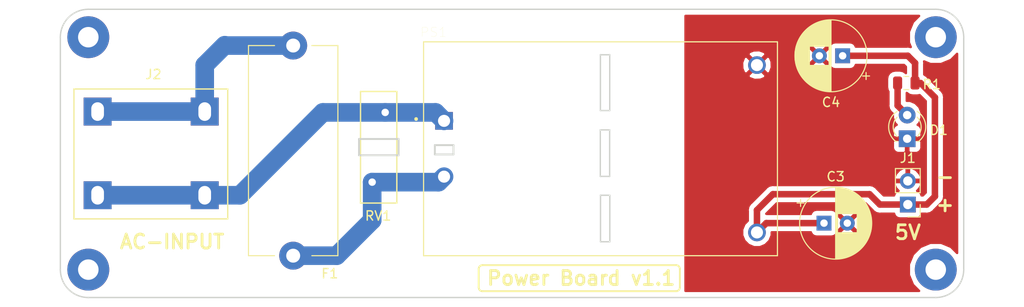
<source format=kicad_pcb>
(kicad_pcb (version 20171130) (host pcbnew "(5.0.1)-3")

  (general
    (thickness 1.6)
    (drawings 41)
    (tracks 33)
    (zones 0)
    (modules 13)
    (nets 7)
  )

  (page A4)
  (layers
    (0 F.Cu signal)
    (31 B.Cu signal)
    (32 B.Adhes user)
    (33 F.Adhes user)
    (34 B.Paste user)
    (35 F.Paste user)
    (36 B.SilkS user)
    (37 F.SilkS user)
    (38 B.Mask user)
    (39 F.Mask user)
    (40 Dwgs.User user)
    (41 Cmts.User user)
    (42 Eco1.User user)
    (43 Eco2.User user)
    (44 Edge.Cuts user)
    (45 Margin user)
    (46 B.CrtYd user)
    (47 F.CrtYd user)
    (48 B.Fab user)
    (49 F.Fab user)
  )

  (setup
    (last_trace_width 0.7)
    (trace_clearance 0.2)
    (zone_clearance 0.508)
    (zone_45_only no)
    (trace_min 0.2)
    (segment_width 0.2)
    (edge_width 0.15)
    (via_size 0.8)
    (via_drill 0.4)
    (via_min_size 0.4)
    (via_min_drill 0.3)
    (uvia_size 0.3)
    (uvia_drill 0.1)
    (uvias_allowed no)
    (uvia_min_size 0.2)
    (uvia_min_drill 0.1)
    (pcb_text_width 0.3)
    (pcb_text_size 1.5 1.5)
    (mod_edge_width 0.15)
    (mod_text_size 1 1)
    (mod_text_width 0.15)
    (pad_size 4.5 4.5)
    (pad_drill 2.2)
    (pad_to_mask_clearance 0.051)
    (solder_mask_min_width 0.25)
    (aux_axis_origin 0 0)
    (visible_elements 7FFFFFFF)
    (pcbplotparams
      (layerselection 0x010fc_ffffffff)
      (usegerberextensions false)
      (usegerberattributes false)
      (usegerberadvancedattributes false)
      (creategerberjobfile false)
      (excludeedgelayer true)
      (linewidth 0.100000)
      (plotframeref false)
      (viasonmask false)
      (mode 1)
      (useauxorigin false)
      (hpglpennumber 1)
      (hpglpenspeed 20)
      (hpglpendiameter 15.000000)
      (psnegative false)
      (psa4output false)
      (plotreference true)
      (plotvalue true)
      (plotinvisibletext false)
      (padsonsilk false)
      (subtractmaskfromsilk false)
      (outputformat 1)
      (mirror false)
      (drillshape 0)
      (scaleselection 1)
      (outputdirectory "gerber/"))
  )

  (net 0 "")
  (net 1 "Net-(F1-Pad1)")
  (net 2 "Net-(F1-Pad2)")
  (net 3 "Net-(J2-Pad1)")
  (net 4 GND)
  (net 5 5V)
  (net 6 "Net-(D1-Pad2)")

  (net_class Default "This is the default net class."
    (clearance 0.2)
    (trace_width 0.7)
    (via_dia 0.8)
    (via_drill 0.4)
    (uvia_dia 0.3)
    (uvia_drill 0.1)
    (add_net 5V)
    (add_net GND)
    (add_net "Net-(D1-Pad2)")
    (add_net "Net-(F1-Pad1)")
    (add_net "Net-(F1-Pad2)")
    (add_net "Net-(J2-Pad1)")
  )

  (module MountingHole:MountingHole_2.2mm_M2 (layer F.Cu) (tedit 602BD4CB) (tstamp 605961B7)
    (at 148 68)
    (descr "Mounting Hole 2.2mm, no annular, M2")
    (tags "mounting hole 2.2mm no annular m2")
    (attr virtual)
    (fp_text reference MH2 (at 0 -3.2) (layer F.SilkS) hide
      (effects (font (size 1 1) (thickness 0.15)))
    )
    (fp_text value MountingHole_2.2mm_M2 (at 0 3.2) (layer F.Fab)
      (effects (font (size 1 1) (thickness 0.15)))
    )
    (fp_text user %R (at 0.3 0) (layer F.Fab)
      (effects (font (size 1 1) (thickness 0.15)))
    )
    (fp_circle (center 0 0) (end 2.2 0) (layer Cmts.User) (width 0.15))
    (fp_circle (center 0 0) (end 2.45 0) (layer F.CrtYd) (width 0.05))
    (pad "" np_thru_hole circle (at 0 0) (size 4.5 4.5) (drill 2.2) (layers *.Cu *.Mask))
  )

  (module MountingHole:MountingHole_2.2mm_M2 (layer F.Cu) (tedit 602BD4CB) (tstamp 605961A6)
    (at 239 68)
    (descr "Mounting Hole 2.2mm, no annular, M2")
    (tags "mounting hole 2.2mm no annular m2")
    (attr virtual)
    (fp_text reference MH2 (at 0 -3.2) (layer F.SilkS) hide
      (effects (font (size 1 1) (thickness 0.15)))
    )
    (fp_text value MountingHole_2.2mm_M2 (at 0 3.2) (layer F.Fab)
      (effects (font (size 1 1) (thickness 0.15)))
    )
    (fp_circle (center 0 0) (end 2.45 0) (layer F.CrtYd) (width 0.05))
    (fp_circle (center 0 0) (end 2.2 0) (layer Cmts.User) (width 0.15))
    (fp_text user %R (at 0.3 0) (layer F.Fab)
      (effects (font (size 1 1) (thickness 0.15)))
    )
    (pad "" np_thru_hole circle (at 0 0) (size 4.5 4.5) (drill 2.2) (layers *.Cu *.Mask))
  )

  (module MountingHole:MountingHole_2.2mm_M2 (layer F.Cu) (tedit 602BD4CB) (tstamp 6059618D)
    (at 239 43)
    (descr "Mounting Hole 2.2mm, no annular, M2")
    (tags "mounting hole 2.2mm no annular m2")
    (attr virtual)
    (fp_text reference MH2 (at 0 -3.2) (layer F.SilkS) hide
      (effects (font (size 1 1) (thickness 0.15)))
    )
    (fp_text value MountingHole_2.2mm_M2 (at 0 3.2) (layer F.Fab)
      (effects (font (size 1 1) (thickness 0.15)))
    )
    (fp_text user %R (at 0.3 0) (layer F.Fab)
      (effects (font (size 1 1) (thickness 0.15)))
    )
    (fp_circle (center 0 0) (end 2.2 0) (layer Cmts.User) (width 0.15))
    (fp_circle (center 0 0) (end 2.45 0) (layer F.CrtYd) (width 0.05))
    (pad "" np_thru_hole circle (at 0 0) (size 4.5 4.5) (drill 2.2) (layers *.Cu *.Mask))
  )

  (module Fuse:Fuseholder_Cylinder-5x20mm_Stelvio-Kontek_PTF78_Horizontal_Open (layer F.Cu) (tedit 5B7EAE13) (tstamp 602BE6BD)
    (at 170 66.5 90)
    (descr https://www.tme.eu/en/Document/3b48dbe2b9714a62652c97b08fcd464b/PTF78.pdf)
    (tags "Fuseholder horizontal open 5x20 Stelvio-Kontek PTF/78")
    (path /5FFFB33C)
    (fp_text reference F1 (at -1.93 3.93 180) (layer F.SilkS)
      (effects (font (size 1 1) (thickness 0.15)))
    )
    (fp_text value Fuse (at 13 6 90) (layer F.Fab)
      (effects (font (size 1 1) (thickness 0.15)))
    )
    (fp_text user %R (at 11.25 4 90) (layer F.Fab)
      (effects (font (size 1 1) (thickness 0.15)))
    )
    (fp_line (start 0.1 -4.7) (end 0.1 4.7) (layer F.Fab) (width 0.1))
    (fp_line (start 0.1 4.7) (end 22.5 4.7) (layer F.Fab) (width 0.1))
    (fp_line (start 22.5 4.7) (end 22.5 -4.7) (layer F.Fab) (width 0.1))
    (fp_line (start 22.5 -4.7) (end 0.1 -4.7) (layer F.Fab) (width 0.1))
    (fp_line (start -0.15 4.95) (end -0.15 1.85) (layer F.CrtYd) (width 0.05))
    (fp_line (start 22.6 4.8) (end 22.6 2) (layer F.SilkS) (width 0.12))
    (fp_line (start 22.6 -2) (end 22.6 -4.8) (layer F.SilkS) (width 0.12))
    (fp_line (start 0 -2) (end 0 -4.8) (layer F.SilkS) (width 0.12))
    (fp_line (start 0 -4.8) (end 22.6 -4.8) (layer F.SilkS) (width 0.12))
    (fp_line (start 22.75 4.95) (end -0.15 4.95) (layer F.CrtYd) (width 0.05))
    (fp_line (start -0.15 -4.95) (end 22.75 -4.95) (layer F.CrtYd) (width 0.05))
    (fp_line (start 0 4.8) (end 22.6 4.8) (layer F.SilkS) (width 0.12))
    (fp_line (start -0.15 -1.85) (end -0.15 -4.95) (layer F.CrtYd) (width 0.05))
    (fp_line (start 22.75 -1.85) (end 22.75 -4.95) (layer F.CrtYd) (width 0.05))
    (fp_line (start 22.75 1.85) (end 22.75 4.95) (layer F.CrtYd) (width 0.05))
    (fp_line (start 0 4.8) (end 0 2) (layer F.SilkS) (width 0.12))
    (fp_line (start 22.75 -1.85) (end 23 -1.85) (layer F.CrtYd) (width 0.05))
    (fp_line (start 24.45 0.45) (end 24.45 -0.45) (layer F.CrtYd) (width 0.05))
    (fp_line (start 24.45 -0.45) (end 24.05 -1.25) (layer F.CrtYd) (width 0.05))
    (fp_line (start 24.05 -1.25) (end 23.35 -1.75) (layer F.CrtYd) (width 0.05))
    (fp_line (start 23.35 -1.75) (end 23 -1.85) (layer F.CrtYd) (width 0.05))
    (fp_line (start 22.75 1.85) (end 23 1.85) (layer F.CrtYd) (width 0.05))
    (fp_line (start 23 1.85) (end 23.35 1.75) (layer F.CrtYd) (width 0.05))
    (fp_line (start 23.35 1.75) (end 24.05 1.25) (layer F.CrtYd) (width 0.05))
    (fp_line (start 24.05 1.25) (end 24.45 0.45) (layer F.CrtYd) (width 0.05))
    (fp_line (start -0.15 -1.85) (end -0.4 -1.85) (layer F.CrtYd) (width 0.05))
    (fp_line (start -0.4 -1.85) (end -0.75 -1.75) (layer F.CrtYd) (width 0.05))
    (fp_line (start -0.75 -1.75) (end -1.45 -1.25) (layer F.CrtYd) (width 0.05))
    (fp_line (start -1.85 -0.45) (end -1.85 0.45) (layer F.CrtYd) (width 0.05))
    (fp_line (start -1.45 1.25) (end -0.75 1.75) (layer F.CrtYd) (width 0.05))
    (fp_line (start -0.75 1.75) (end -0.4 1.85) (layer F.CrtYd) (width 0.05))
    (fp_line (start -0.4 1.85) (end -0.15 1.85) (layer F.CrtYd) (width 0.05))
    (fp_line (start -1.45 1.25) (end -1.85 0.45) (layer F.CrtYd) (width 0.05))
    (fp_line (start -1.85 -0.45) (end -1.45 -1.25) (layer F.CrtYd) (width 0.05))
    (pad 1 thru_hole circle (at 0 0 90) (size 3 3) (drill 1.5) (layers *.Cu *.Mask)
      (net 1 "Net-(F1-Pad1)"))
    (pad 2 thru_hole circle (at 22.6 0 90) (size 3 3) (drill 1.5) (layers *.Cu *.Mask)
      (net 2 "Net-(F1-Pad2)"))
    (model ${KISYS3DMOD}/Fuse.3dshapes/Fuseholder_Cylinder-5x20mm_Stelvio-Kontek_PTF78_Horizontal_Open.wrl
      (at (xyz 0 0 0))
      (scale (xyz 1 1 1))
      (rotate (xyz 0 0 0))
    )
    (model "${KIPRJMOD}/3d-files/Fuse Holder.step"
      (offset (xyz 3.8 22 -8))
      (scale (xyz 1 1 1))
      (rotate (xyz -90 0 0))
    )
  )

  (module Resistor_SMD:R_0805_2012Metric (layer F.Cu) (tedit 5B36C52B) (tstamp 602BE6E4)
    (at 235.84 47.93)
    (descr "Resistor SMD 0805 (2012 Metric), square (rectangular) end terminal, IPC_7351 nominal, (Body size source: https://docs.google.com/spreadsheets/d/1BsfQQcO9C6DZCsRaXUlFlo91Tg2WpOkGARC1WS5S8t0/edit?usp=sharing), generated with kicad-footprint-generator")
    (tags resistor)
    (path /5FFE8168)
    (attr smd)
    (fp_text reference R1 (at 2.73 0.15 180) (layer F.SilkS)
      (effects (font (size 1 1) (thickness 0.15)))
    )
    (fp_text value 220 (at 0 1.65) (layer F.Fab)
      (effects (font (size 1 1) (thickness 0.15)))
    )
    (fp_line (start -1 0.6) (end -1 -0.6) (layer F.Fab) (width 0.1))
    (fp_line (start -1 -0.6) (end 1 -0.6) (layer F.Fab) (width 0.1))
    (fp_line (start 1 -0.6) (end 1 0.6) (layer F.Fab) (width 0.1))
    (fp_line (start 1 0.6) (end -1 0.6) (layer F.Fab) (width 0.1))
    (fp_line (start -0.258578 -0.71) (end 0.258578 -0.71) (layer F.SilkS) (width 0.12))
    (fp_line (start -0.258578 0.71) (end 0.258578 0.71) (layer F.SilkS) (width 0.12))
    (fp_line (start -1.68 0.95) (end -1.68 -0.95) (layer F.CrtYd) (width 0.05))
    (fp_line (start -1.68 -0.95) (end 1.68 -0.95) (layer F.CrtYd) (width 0.05))
    (fp_line (start 1.68 -0.95) (end 1.68 0.95) (layer F.CrtYd) (width 0.05))
    (fp_line (start 1.68 0.95) (end -1.68 0.95) (layer F.CrtYd) (width 0.05))
    (fp_text user %R (at 0 0) (layer F.Fab)
      (effects (font (size 0.5 0.5) (thickness 0.08)))
    )
    (pad 1 smd roundrect (at -0.9375 0) (size 0.975 1.4) (layers F.Cu F.Paste F.Mask) (roundrect_rratio 0.25)
      (net 6 "Net-(D1-Pad2)"))
    (pad 2 smd roundrect (at 0.9375 0) (size 0.975 1.4) (layers F.Cu F.Paste F.Mask) (roundrect_rratio 0.25)
      (net 5 5V))
    (model ${KISYS3DMOD}/Resistor_SMD.3dshapes/R_0805_2012Metric.wrl
      (at (xyz 0 0 0))
      (scale (xyz 1 1 1))
      (rotate (xyz 0 0 0))
    )
  )

  (module Pin_Headers:Pin_Header_Straight_1x02_Pitch2.54mm (layer F.Cu) (tedit 59650532) (tstamp 602BEAA2)
    (at 236 61 180)
    (descr "Through hole straight pin header, 1x02, 2.54mm pitch, single row")
    (tags "Through hole pin header THT 1x02 2.54mm single row")
    (path /601116AF)
    (fp_text reference J1 (at 0 5 180) (layer F.SilkS)
      (effects (font (size 1 1) (thickness 0.15)))
    )
    (fp_text value DC-POWER (at 0 4.87 180) (layer F.Fab)
      (effects (font (size 1 1) (thickness 0.15)))
    )
    (fp_line (start -0.635 -1.27) (end 1.27 -1.27) (layer F.Fab) (width 0.1))
    (fp_line (start 1.27 -1.27) (end 1.27 3.81) (layer F.Fab) (width 0.1))
    (fp_line (start 1.27 3.81) (end -1.27 3.81) (layer F.Fab) (width 0.1))
    (fp_line (start -1.27 3.81) (end -1.27 -0.635) (layer F.Fab) (width 0.1))
    (fp_line (start -1.27 -0.635) (end -0.635 -1.27) (layer F.Fab) (width 0.1))
    (fp_line (start -1.33 3.87) (end 1.33 3.87) (layer F.SilkS) (width 0.12))
    (fp_line (start -1.33 1.27) (end -1.33 3.87) (layer F.SilkS) (width 0.12))
    (fp_line (start 1.33 1.27) (end 1.33 3.87) (layer F.SilkS) (width 0.12))
    (fp_line (start -1.33 1.27) (end 1.33 1.27) (layer F.SilkS) (width 0.12))
    (fp_line (start -1.33 0) (end -1.33 -1.33) (layer F.SilkS) (width 0.12))
    (fp_line (start -1.33 -1.33) (end 0 -1.33) (layer F.SilkS) (width 0.12))
    (fp_line (start -1.8 -1.8) (end -1.8 4.35) (layer F.CrtYd) (width 0.05))
    (fp_line (start -1.8 4.35) (end 1.8 4.35) (layer F.CrtYd) (width 0.05))
    (fp_line (start 1.8 4.35) (end 1.8 -1.8) (layer F.CrtYd) (width 0.05))
    (fp_line (start 1.8 -1.8) (end -1.8 -1.8) (layer F.CrtYd) (width 0.05))
    (fp_text user %R (at 0 1.27 270) (layer F.Fab)
      (effects (font (size 1 1) (thickness 0.15)))
    )
    (pad 1 thru_hole rect (at 0 0 180) (size 1.7 1.7) (drill 1) (layers *.Cu *.Mask)
      (net 5 5V))
    (pad 2 thru_hole oval (at 0 2.54 180) (size 1.7 1.7) (drill 1) (layers *.Cu *.Mask)
      (net 4 GND))
    (model ${KISYS3DMOD}/Pin_Headers.3dshapes/Pin_Header_Straight_1x02_Pitch2.54mm.wrl
      (at (xyz 0 0 0))
      (scale (xyz 1 1 1))
      (rotate (xyz 0 0 0))
    )
    (model "${KIPRJMOD}/3d-files/JST 2pin.STEP"
      (offset (xyz 0 -5 5.5))
      (scale (xyz 1 1 1))
      (rotate (xyz 90 90 180))
    )
  )

  (module LED_THT:LED_D3.0mm (layer F.Cu) (tedit 587A3A7B) (tstamp 603B1EA0)
    (at 235.93 53.92 90)
    (descr "LED, diameter 3.0mm, 2 pins")
    (tags "LED diameter 3.0mm 2 pins")
    (path /602B9F8F)
    (fp_text reference D1 (at 0.92 3.39 180) (layer F.SilkS)
      (effects (font (size 1 1) (thickness 0.15)))
    )
    (fp_text value LED (at 1.27 2.96 90) (layer F.Fab)
      (effects (font (size 1 1) (thickness 0.15)))
    )
    (fp_arc (start 1.27 0) (end -0.23 -1.16619) (angle 284.3) (layer F.Fab) (width 0.1))
    (fp_arc (start 1.27 0) (end -0.29 -1.235516) (angle 108.8) (layer F.SilkS) (width 0.12))
    (fp_arc (start 1.27 0) (end -0.29 1.235516) (angle -108.8) (layer F.SilkS) (width 0.12))
    (fp_arc (start 1.27 0) (end 0.229039 -1.08) (angle 87.9) (layer F.SilkS) (width 0.12))
    (fp_arc (start 1.27 0) (end 0.229039 1.08) (angle -87.9) (layer F.SilkS) (width 0.12))
    (fp_circle (center 1.27 0) (end 2.77 0) (layer F.Fab) (width 0.1))
    (fp_line (start -0.23 -1.16619) (end -0.23 1.16619) (layer F.Fab) (width 0.1))
    (fp_line (start -0.29 -1.236) (end -0.29 -1.08) (layer F.SilkS) (width 0.12))
    (fp_line (start -0.29 1.08) (end -0.29 1.236) (layer F.SilkS) (width 0.12))
    (fp_line (start -1.15 -2.25) (end -1.15 2.25) (layer F.CrtYd) (width 0.05))
    (fp_line (start -1.15 2.25) (end 3.7 2.25) (layer F.CrtYd) (width 0.05))
    (fp_line (start 3.7 2.25) (end 3.7 -2.25) (layer F.CrtYd) (width 0.05))
    (fp_line (start 3.7 -2.25) (end -1.15 -2.25) (layer F.CrtYd) (width 0.05))
    (pad 1 thru_hole rect (at 0 0 90) (size 1.8 1.8) (drill 0.9) (layers *.Cu *.Mask)
      (net 4 GND))
    (pad 2 thru_hole circle (at 2.54 0 90) (size 1.8 1.8) (drill 0.9) (layers *.Cu *.Mask)
      (net 6 "Net-(D1-Pad2)"))
    (model ${KISYS3DMOD}/LED_THT.3dshapes/LED_D3.0mm.wrl
      (at (xyz 0 0 0))
      (scale (xyz 1 1 1))
      (rotate (xyz 0 0 0))
    )
  )

  (module MountingHole:MountingHole_2.2mm_M2 (layer F.Cu) (tedit 602BD4BD) (tstamp 6059603E)
    (at 148 43)
    (descr "Mounting Hole 2.2mm, no annular, M2")
    (tags "mounting hole 2.2mm no annular m2")
    (attr virtual)
    (fp_text reference MH1 (at 0 -3.2) (layer F.SilkS) hide
      (effects (font (size 1 1) (thickness 0.15)))
    )
    (fp_text value MountingHole_2.2mm_M2 (at 0 3.2) (layer F.Fab)
      (effects (font (size 1 1) (thickness 0.15)))
    )
    (fp_circle (center 0 0) (end 2.45 0) (layer F.CrtYd) (width 0.05))
    (fp_circle (center 0 0) (end 2.2 0) (layer Cmts.User) (width 0.15))
    (fp_text user %R (at 0.3 0) (layer F.Fab)
      (effects (font (size 1 1) (thickness 0.15)))
    )
    (pad "" np_thru_hole circle (at 0 0) (size 4.5 4.5) (drill 2.2) (layers *.Cu *.Mask))
  )

  (module HLK-5M05:CONV_HLK-5M05-Large-holes (layer F.Cu) (tedit 6063D707) (tstamp 6091FB1A)
    (at 203 55)
    (path /600309D5)
    (fp_text reference PS1 (at -17.92 -12.54) (layer F.SilkS)
      (effects (font (size 1 1) (thickness 0.015)))
    )
    (fp_text value "POWER SUPPLY" (at -10.795 13.335) (layer F.Fab)
      (effects (font (size 1 1) (thickness 0.015)))
    )
    (fp_line (start -19 11.5) (end 19 11.5) (layer F.Fab) (width 0.127))
    (fp_line (start 19 11.5) (end 19 -11.5) (layer F.Fab) (width 0.127))
    (fp_line (start 19 -11.5) (end -19 -11.5) (layer F.Fab) (width 0.127))
    (fp_line (start -19 -11.5) (end -19 11.5) (layer F.Fab) (width 0.127))
    (fp_line (start -19 -11.5) (end -19 11.5) (layer F.SilkS) (width 0.127))
    (fp_line (start -19 11.5) (end 19 11.5) (layer F.SilkS) (width 0.127))
    (fp_line (start 19 11.5) (end 19 -11.5) (layer F.SilkS) (width 0.127))
    (fp_line (start 19 -11.5) (end -19 -11.5) (layer F.SilkS) (width 0.127))
    (fp_line (start -19.25 -11.75) (end 19.25 -11.75) (layer F.CrtYd) (width 0.05))
    (fp_line (start 19.25 -11.75) (end 19.25 11.75) (layer F.CrtYd) (width 0.05))
    (fp_line (start 19.25 11.75) (end -19.25 11.75) (layer F.CrtYd) (width 0.05))
    (fp_line (start -19.25 11.75) (end -19.25 -11.75) (layer F.CrtYd) (width 0.05))
    (fp_circle (center -19.8 -3.2) (end -19.7 -3.2) (layer F.SilkS) (width 0.2))
    (fp_circle (center -19.8 -3.2) (end -19.7 -3.2) (layer F.Fab) (width 0.2))
    (pad 1 thru_hole rect (at -16.8 -3) (size 1.9 1.9) (drill 1.3) (layers *.Cu *.Mask)
      (net 3 "Net-(J2-Pad1)"))
    (pad 2 thru_hole circle (at -16.8 3) (size 1.9 1.9) (drill 1.3) (layers *.Cu *.Mask)
      (net 1 "Net-(F1-Pad1)"))
    (pad 3 thru_hole circle (at 16.8 -9) (size 1.9 1.9) (drill 1.3) (layers *.Cu *.Mask)
      (net 4 GND))
    (pad 4 thru_hole circle (at 16.8 9) (size 1.9 1.9) (drill 1.3) (layers *.Cu *.Mask)
      (net 5 5V))
  )

  (module "dual terminal:dual terminal-large" (layer F.Cu) (tedit 6063D9FC) (tstamp 60A11831)
    (at 149 60 90)
    (path /5FFFD964)
    (fp_text reference J2 (at 13 6 180) (layer F.SilkS)
      (effects (font (size 1 1) (thickness 0.15)))
    )
    (fp_text value AC (at 5.1816 15.82928 90) (layer F.Fab)
      (effects (font (size 1 1) (thickness 0.15)))
    )
    (fp_line (start -2.54 -2.54) (end 11.43 -2.54) (layer F.SilkS) (width 0.15))
    (fp_line (start 11.43 -2.54) (end 11.43 13.97) (layer F.SilkS) (width 0.15))
    (fp_line (start 11.43 13.97) (end -2.54 13.97) (layer F.SilkS) (width 0.15))
    (fp_line (start -2.54 13.97) (end -2.54 -2.54) (layer F.SilkS) (width 0.15))
    (pad 1 thru_hole rect (at 0 0 90) (size 3 3) (drill oval 2 1.36) (layers *.Cu *.Mask)
      (net 3 "Net-(J2-Pad1)"))
    (pad 2 thru_hole rect (at 9 0 90) (size 3 3) (drill oval 2 1.36) (layers *.Cu *.Mask)
      (net 2 "Net-(F1-Pad2)"))
    (pad 1 thru_hole rect (at 0 11.5 90) (size 3 3) (drill oval 2 1.36) (layers *.Cu *.Mask)
      (net 3 "Net-(J2-Pad1)"))
    (pad 2 thru_hole rect (at 9 11.5 90) (size 3 3) (drill oval 2 1.36) (layers *.Cu *.Mask)
      (net 2 "Net-(F1-Pad2)"))
  )

  (module Varistor:RV_Disc_D12mm_W3.9mm_P7.5mm (layer F.Cu) (tedit 5A0F68DF) (tstamp 60A12400)
    (at 178.48 58.59 90)
    (descr "Varistor, diameter 12mm, width 3.9mm, pitch 7.5mm")
    (tags "varistor SIOV")
    (path /5FFFB3FA)
    (fp_text reference RV1 (at -3.63 0.64 180) (layer F.SilkS)
      (effects (font (size 1 1) (thickness 0.15)))
    )
    (fp_text value Varistor (at 3.75 -2.25 90) (layer F.Fab)
      (effects (font (size 1 1) (thickness 0.15)))
    )
    (fp_text user %R (at 3.75 0.7 90) (layer F.Fab)
      (effects (font (size 1 1) (thickness 0.15)))
    )
    (fp_line (start -2.5 2.9) (end 10 2.9) (layer F.CrtYd) (width 0.05))
    (fp_line (start -2.5 -1.5) (end 10 -1.5) (layer F.CrtYd) (width 0.05))
    (fp_line (start 10 -1.5) (end 10 2.9) (layer F.CrtYd) (width 0.05))
    (fp_line (start -2.5 -1.5) (end -2.5 2.9) (layer F.CrtYd) (width 0.05))
    (fp_line (start -2.25 2.65) (end 9.75 2.65) (layer F.SilkS) (width 0.15))
    (fp_line (start -2.25 -1.25) (end 9.75 -1.25) (layer F.SilkS) (width 0.15))
    (fp_line (start 9.75 -1.25) (end 9.75 2.65) (layer F.SilkS) (width 0.15))
    (fp_line (start -2.25 -1.25) (end -2.25 2.65) (layer F.SilkS) (width 0.15))
    (fp_line (start -2.25 2.65) (end 9.75 2.65) (layer F.Fab) (width 0.1))
    (fp_line (start -2.25 -1.25) (end 9.75 -1.25) (layer F.Fab) (width 0.1))
    (fp_line (start 9.75 -1.25) (end 9.75 2.65) (layer F.Fab) (width 0.1))
    (fp_line (start -2.25 -1.25) (end -2.25 2.65) (layer F.Fab) (width 0.1))
    (pad 1 thru_hole circle (at 0 0 90) (size 1.8 1.8) (drill 0.8) (layers *.Cu *.Mask)
      (net 1 "Net-(F1-Pad1)"))
    (pad 2 thru_hole circle (at 7.5 1.4 90) (size 1.8 1.8) (drill 0.8) (layers *.Cu *.Mask)
      (net 3 "Net-(J2-Pad1)"))
    (model ${KISYS3DMOD}/Varistor.3dshapes/RV_Disc_D12mm_W3.9mm_P7.5mm.wrl
      (at (xyz 0 0 0))
      (scale (xyz 1 1 1))
      (rotate (xyz 0 0 0))
    )
  )

  (module Capacitor_THT:CP_Radial_D7.5mm_P2.50mm (layer F.Cu) (tedit 5AE50EF0) (tstamp 60738389)
    (at 227 63)
    (descr "CP, Radial series, Radial, pin pitch=2.50mm, , diameter=7.5mm, Electrolytic Capacitor")
    (tags "CP Radial series Radial pin pitch 2.50mm  diameter 7.5mm Electrolytic Capacitor")
    (path /6063E03A)
    (fp_text reference C3 (at 1.25 -5) (layer F.SilkS)
      (effects (font (size 1 1) (thickness 0.15)))
    )
    (fp_text value 220uf (at 1.25 5) (layer F.Fab)
      (effects (font (size 1 1) (thickness 0.15)))
    )
    (fp_text user %R (at 1.25 0) (layer F.Fab)
      (effects (font (size 1 1) (thickness 0.15)))
    )
    (fp_line (start -2.517211 -2.55) (end -2.517211 -1.8) (layer F.SilkS) (width 0.12))
    (fp_line (start -2.892211 -2.175) (end -2.142211 -2.175) (layer F.SilkS) (width 0.12))
    (fp_line (start 5.091 -0.441) (end 5.091 0.441) (layer F.SilkS) (width 0.12))
    (fp_line (start 5.051 -0.693) (end 5.051 0.693) (layer F.SilkS) (width 0.12))
    (fp_line (start 5.011 -0.877) (end 5.011 0.877) (layer F.SilkS) (width 0.12))
    (fp_line (start 4.971 -1.028) (end 4.971 1.028) (layer F.SilkS) (width 0.12))
    (fp_line (start 4.931 -1.158) (end 4.931 1.158) (layer F.SilkS) (width 0.12))
    (fp_line (start 4.891 -1.275) (end 4.891 1.275) (layer F.SilkS) (width 0.12))
    (fp_line (start 4.851 -1.381) (end 4.851 1.381) (layer F.SilkS) (width 0.12))
    (fp_line (start 4.811 -1.478) (end 4.811 1.478) (layer F.SilkS) (width 0.12))
    (fp_line (start 4.771 -1.569) (end 4.771 1.569) (layer F.SilkS) (width 0.12))
    (fp_line (start 4.731 -1.654) (end 4.731 1.654) (layer F.SilkS) (width 0.12))
    (fp_line (start 4.691 -1.733) (end 4.691 1.733) (layer F.SilkS) (width 0.12))
    (fp_line (start 4.651 -1.809) (end 4.651 1.809) (layer F.SilkS) (width 0.12))
    (fp_line (start 4.611 -1.881) (end 4.611 1.881) (layer F.SilkS) (width 0.12))
    (fp_line (start 4.571 -1.949) (end 4.571 1.949) (layer F.SilkS) (width 0.12))
    (fp_line (start 4.531 -2.014) (end 4.531 2.014) (layer F.SilkS) (width 0.12))
    (fp_line (start 4.491 -2.077) (end 4.491 2.077) (layer F.SilkS) (width 0.12))
    (fp_line (start 4.451 -2.137) (end 4.451 2.137) (layer F.SilkS) (width 0.12))
    (fp_line (start 4.411 -2.195) (end 4.411 2.195) (layer F.SilkS) (width 0.12))
    (fp_line (start 4.371 -2.25) (end 4.371 2.25) (layer F.SilkS) (width 0.12))
    (fp_line (start 4.331 -2.304) (end 4.331 2.304) (layer F.SilkS) (width 0.12))
    (fp_line (start 4.291 -2.355) (end 4.291 2.355) (layer F.SilkS) (width 0.12))
    (fp_line (start 4.251 -2.405) (end 4.251 2.405) (layer F.SilkS) (width 0.12))
    (fp_line (start 4.211 -2.454) (end 4.211 2.454) (layer F.SilkS) (width 0.12))
    (fp_line (start 4.171 -2.5) (end 4.171 2.5) (layer F.SilkS) (width 0.12))
    (fp_line (start 4.131 -2.546) (end 4.131 2.546) (layer F.SilkS) (width 0.12))
    (fp_line (start 4.091 -2.589) (end 4.091 2.589) (layer F.SilkS) (width 0.12))
    (fp_line (start 4.051 -2.632) (end 4.051 2.632) (layer F.SilkS) (width 0.12))
    (fp_line (start 4.011 -2.673) (end 4.011 2.673) (layer F.SilkS) (width 0.12))
    (fp_line (start 3.971 -2.713) (end 3.971 2.713) (layer F.SilkS) (width 0.12))
    (fp_line (start 3.931 -2.752) (end 3.931 2.752) (layer F.SilkS) (width 0.12))
    (fp_line (start 3.891 -2.79) (end 3.891 2.79) (layer F.SilkS) (width 0.12))
    (fp_line (start 3.851 -2.827) (end 3.851 2.827) (layer F.SilkS) (width 0.12))
    (fp_line (start 3.811 -2.863) (end 3.811 2.863) (layer F.SilkS) (width 0.12))
    (fp_line (start 3.771 -2.898) (end 3.771 2.898) (layer F.SilkS) (width 0.12))
    (fp_line (start 3.731 -2.931) (end 3.731 2.931) (layer F.SilkS) (width 0.12))
    (fp_line (start 3.691 -2.964) (end 3.691 2.964) (layer F.SilkS) (width 0.12))
    (fp_line (start 3.651 -2.996) (end 3.651 2.996) (layer F.SilkS) (width 0.12))
    (fp_line (start 3.611 -3.028) (end 3.611 3.028) (layer F.SilkS) (width 0.12))
    (fp_line (start 3.571 -3.058) (end 3.571 3.058) (layer F.SilkS) (width 0.12))
    (fp_line (start 3.531 1.04) (end 3.531 3.088) (layer F.SilkS) (width 0.12))
    (fp_line (start 3.531 -3.088) (end 3.531 -1.04) (layer F.SilkS) (width 0.12))
    (fp_line (start 3.491 1.04) (end 3.491 3.116) (layer F.SilkS) (width 0.12))
    (fp_line (start 3.491 -3.116) (end 3.491 -1.04) (layer F.SilkS) (width 0.12))
    (fp_line (start 3.451 1.04) (end 3.451 3.144) (layer F.SilkS) (width 0.12))
    (fp_line (start 3.451 -3.144) (end 3.451 -1.04) (layer F.SilkS) (width 0.12))
    (fp_line (start 3.411 1.04) (end 3.411 3.172) (layer F.SilkS) (width 0.12))
    (fp_line (start 3.411 -3.172) (end 3.411 -1.04) (layer F.SilkS) (width 0.12))
    (fp_line (start 3.371 1.04) (end 3.371 3.198) (layer F.SilkS) (width 0.12))
    (fp_line (start 3.371 -3.198) (end 3.371 -1.04) (layer F.SilkS) (width 0.12))
    (fp_line (start 3.331 1.04) (end 3.331 3.224) (layer F.SilkS) (width 0.12))
    (fp_line (start 3.331 -3.224) (end 3.331 -1.04) (layer F.SilkS) (width 0.12))
    (fp_line (start 3.291 1.04) (end 3.291 3.249) (layer F.SilkS) (width 0.12))
    (fp_line (start 3.291 -3.249) (end 3.291 -1.04) (layer F.SilkS) (width 0.12))
    (fp_line (start 3.251 1.04) (end 3.251 3.274) (layer F.SilkS) (width 0.12))
    (fp_line (start 3.251 -3.274) (end 3.251 -1.04) (layer F.SilkS) (width 0.12))
    (fp_line (start 3.211 1.04) (end 3.211 3.297) (layer F.SilkS) (width 0.12))
    (fp_line (start 3.211 -3.297) (end 3.211 -1.04) (layer F.SilkS) (width 0.12))
    (fp_line (start 3.171 1.04) (end 3.171 3.321) (layer F.SilkS) (width 0.12))
    (fp_line (start 3.171 -3.321) (end 3.171 -1.04) (layer F.SilkS) (width 0.12))
    (fp_line (start 3.131 1.04) (end 3.131 3.343) (layer F.SilkS) (width 0.12))
    (fp_line (start 3.131 -3.343) (end 3.131 -1.04) (layer F.SilkS) (width 0.12))
    (fp_line (start 3.091 1.04) (end 3.091 3.365) (layer F.SilkS) (width 0.12))
    (fp_line (start 3.091 -3.365) (end 3.091 -1.04) (layer F.SilkS) (width 0.12))
    (fp_line (start 3.051 1.04) (end 3.051 3.386) (layer F.SilkS) (width 0.12))
    (fp_line (start 3.051 -3.386) (end 3.051 -1.04) (layer F.SilkS) (width 0.12))
    (fp_line (start 3.011 1.04) (end 3.011 3.407) (layer F.SilkS) (width 0.12))
    (fp_line (start 3.011 -3.407) (end 3.011 -1.04) (layer F.SilkS) (width 0.12))
    (fp_line (start 2.971 1.04) (end 2.971 3.427) (layer F.SilkS) (width 0.12))
    (fp_line (start 2.971 -3.427) (end 2.971 -1.04) (layer F.SilkS) (width 0.12))
    (fp_line (start 2.931 1.04) (end 2.931 3.447) (layer F.SilkS) (width 0.12))
    (fp_line (start 2.931 -3.447) (end 2.931 -1.04) (layer F.SilkS) (width 0.12))
    (fp_line (start 2.891 1.04) (end 2.891 3.466) (layer F.SilkS) (width 0.12))
    (fp_line (start 2.891 -3.466) (end 2.891 -1.04) (layer F.SilkS) (width 0.12))
    (fp_line (start 2.851 1.04) (end 2.851 3.484) (layer F.SilkS) (width 0.12))
    (fp_line (start 2.851 -3.484) (end 2.851 -1.04) (layer F.SilkS) (width 0.12))
    (fp_line (start 2.811 1.04) (end 2.811 3.502) (layer F.SilkS) (width 0.12))
    (fp_line (start 2.811 -3.502) (end 2.811 -1.04) (layer F.SilkS) (width 0.12))
    (fp_line (start 2.771 1.04) (end 2.771 3.52) (layer F.SilkS) (width 0.12))
    (fp_line (start 2.771 -3.52) (end 2.771 -1.04) (layer F.SilkS) (width 0.12))
    (fp_line (start 2.731 1.04) (end 2.731 3.536) (layer F.SilkS) (width 0.12))
    (fp_line (start 2.731 -3.536) (end 2.731 -1.04) (layer F.SilkS) (width 0.12))
    (fp_line (start 2.691 1.04) (end 2.691 3.553) (layer F.SilkS) (width 0.12))
    (fp_line (start 2.691 -3.553) (end 2.691 -1.04) (layer F.SilkS) (width 0.12))
    (fp_line (start 2.651 1.04) (end 2.651 3.568) (layer F.SilkS) (width 0.12))
    (fp_line (start 2.651 -3.568) (end 2.651 -1.04) (layer F.SilkS) (width 0.12))
    (fp_line (start 2.611 1.04) (end 2.611 3.584) (layer F.SilkS) (width 0.12))
    (fp_line (start 2.611 -3.584) (end 2.611 -1.04) (layer F.SilkS) (width 0.12))
    (fp_line (start 2.571 1.04) (end 2.571 3.598) (layer F.SilkS) (width 0.12))
    (fp_line (start 2.571 -3.598) (end 2.571 -1.04) (layer F.SilkS) (width 0.12))
    (fp_line (start 2.531 1.04) (end 2.531 3.613) (layer F.SilkS) (width 0.12))
    (fp_line (start 2.531 -3.613) (end 2.531 -1.04) (layer F.SilkS) (width 0.12))
    (fp_line (start 2.491 1.04) (end 2.491 3.626) (layer F.SilkS) (width 0.12))
    (fp_line (start 2.491 -3.626) (end 2.491 -1.04) (layer F.SilkS) (width 0.12))
    (fp_line (start 2.451 1.04) (end 2.451 3.64) (layer F.SilkS) (width 0.12))
    (fp_line (start 2.451 -3.64) (end 2.451 -1.04) (layer F.SilkS) (width 0.12))
    (fp_line (start 2.411 1.04) (end 2.411 3.653) (layer F.SilkS) (width 0.12))
    (fp_line (start 2.411 -3.653) (end 2.411 -1.04) (layer F.SilkS) (width 0.12))
    (fp_line (start 2.371 1.04) (end 2.371 3.665) (layer F.SilkS) (width 0.12))
    (fp_line (start 2.371 -3.665) (end 2.371 -1.04) (layer F.SilkS) (width 0.12))
    (fp_line (start 2.331 1.04) (end 2.331 3.677) (layer F.SilkS) (width 0.12))
    (fp_line (start 2.331 -3.677) (end 2.331 -1.04) (layer F.SilkS) (width 0.12))
    (fp_line (start 2.291 1.04) (end 2.291 3.688) (layer F.SilkS) (width 0.12))
    (fp_line (start 2.291 -3.688) (end 2.291 -1.04) (layer F.SilkS) (width 0.12))
    (fp_line (start 2.251 1.04) (end 2.251 3.699) (layer F.SilkS) (width 0.12))
    (fp_line (start 2.251 -3.699) (end 2.251 -1.04) (layer F.SilkS) (width 0.12))
    (fp_line (start 2.211 1.04) (end 2.211 3.71) (layer F.SilkS) (width 0.12))
    (fp_line (start 2.211 -3.71) (end 2.211 -1.04) (layer F.SilkS) (width 0.12))
    (fp_line (start 2.171 1.04) (end 2.171 3.72) (layer F.SilkS) (width 0.12))
    (fp_line (start 2.171 -3.72) (end 2.171 -1.04) (layer F.SilkS) (width 0.12))
    (fp_line (start 2.131 1.04) (end 2.131 3.729) (layer F.SilkS) (width 0.12))
    (fp_line (start 2.131 -3.729) (end 2.131 -1.04) (layer F.SilkS) (width 0.12))
    (fp_line (start 2.091 1.04) (end 2.091 3.738) (layer F.SilkS) (width 0.12))
    (fp_line (start 2.091 -3.738) (end 2.091 -1.04) (layer F.SilkS) (width 0.12))
    (fp_line (start 2.051 1.04) (end 2.051 3.747) (layer F.SilkS) (width 0.12))
    (fp_line (start 2.051 -3.747) (end 2.051 -1.04) (layer F.SilkS) (width 0.12))
    (fp_line (start 2.011 1.04) (end 2.011 3.755) (layer F.SilkS) (width 0.12))
    (fp_line (start 2.011 -3.755) (end 2.011 -1.04) (layer F.SilkS) (width 0.12))
    (fp_line (start 1.971 1.04) (end 1.971 3.763) (layer F.SilkS) (width 0.12))
    (fp_line (start 1.971 -3.763) (end 1.971 -1.04) (layer F.SilkS) (width 0.12))
    (fp_line (start 1.93 1.04) (end 1.93 3.77) (layer F.SilkS) (width 0.12))
    (fp_line (start 1.93 -3.77) (end 1.93 -1.04) (layer F.SilkS) (width 0.12))
    (fp_line (start 1.89 1.04) (end 1.89 3.777) (layer F.SilkS) (width 0.12))
    (fp_line (start 1.89 -3.777) (end 1.89 -1.04) (layer F.SilkS) (width 0.12))
    (fp_line (start 1.85 1.04) (end 1.85 3.784) (layer F.SilkS) (width 0.12))
    (fp_line (start 1.85 -3.784) (end 1.85 -1.04) (layer F.SilkS) (width 0.12))
    (fp_line (start 1.81 1.04) (end 1.81 3.79) (layer F.SilkS) (width 0.12))
    (fp_line (start 1.81 -3.79) (end 1.81 -1.04) (layer F.SilkS) (width 0.12))
    (fp_line (start 1.77 1.04) (end 1.77 3.795) (layer F.SilkS) (width 0.12))
    (fp_line (start 1.77 -3.795) (end 1.77 -1.04) (layer F.SilkS) (width 0.12))
    (fp_line (start 1.73 1.04) (end 1.73 3.801) (layer F.SilkS) (width 0.12))
    (fp_line (start 1.73 -3.801) (end 1.73 -1.04) (layer F.SilkS) (width 0.12))
    (fp_line (start 1.69 1.04) (end 1.69 3.805) (layer F.SilkS) (width 0.12))
    (fp_line (start 1.69 -3.805) (end 1.69 -1.04) (layer F.SilkS) (width 0.12))
    (fp_line (start 1.65 1.04) (end 1.65 3.81) (layer F.SilkS) (width 0.12))
    (fp_line (start 1.65 -3.81) (end 1.65 -1.04) (layer F.SilkS) (width 0.12))
    (fp_line (start 1.61 1.04) (end 1.61 3.814) (layer F.SilkS) (width 0.12))
    (fp_line (start 1.61 -3.814) (end 1.61 -1.04) (layer F.SilkS) (width 0.12))
    (fp_line (start 1.57 1.04) (end 1.57 3.817) (layer F.SilkS) (width 0.12))
    (fp_line (start 1.57 -3.817) (end 1.57 -1.04) (layer F.SilkS) (width 0.12))
    (fp_line (start 1.53 1.04) (end 1.53 3.82) (layer F.SilkS) (width 0.12))
    (fp_line (start 1.53 -3.82) (end 1.53 -1.04) (layer F.SilkS) (width 0.12))
    (fp_line (start 1.49 1.04) (end 1.49 3.823) (layer F.SilkS) (width 0.12))
    (fp_line (start 1.49 -3.823) (end 1.49 -1.04) (layer F.SilkS) (width 0.12))
    (fp_line (start 1.45 -3.825) (end 1.45 3.825) (layer F.SilkS) (width 0.12))
    (fp_line (start 1.41 -3.827) (end 1.41 3.827) (layer F.SilkS) (width 0.12))
    (fp_line (start 1.37 -3.829) (end 1.37 3.829) (layer F.SilkS) (width 0.12))
    (fp_line (start 1.33 -3.83) (end 1.33 3.83) (layer F.SilkS) (width 0.12))
    (fp_line (start 1.29 -3.83) (end 1.29 3.83) (layer F.SilkS) (width 0.12))
    (fp_line (start 1.25 -3.83) (end 1.25 3.83) (layer F.SilkS) (width 0.12))
    (fp_line (start -1.586233 -2.0125) (end -1.586233 -1.2625) (layer F.Fab) (width 0.1))
    (fp_line (start -1.961233 -1.6375) (end -1.211233 -1.6375) (layer F.Fab) (width 0.1))
    (fp_circle (center 1.25 0) (end 5.25 0) (layer F.CrtYd) (width 0.05))
    (fp_circle (center 1.25 0) (end 5.12 0) (layer F.SilkS) (width 0.12))
    (fp_circle (center 1.25 0) (end 5 0) (layer F.Fab) (width 0.1))
    (pad 2 thru_hole circle (at 2.5 0) (size 1.6 1.6) (drill 0.8) (layers *.Cu *.Mask)
      (net 4 GND))
    (pad 1 thru_hole rect (at 0 0) (size 1.6 1.6) (drill 0.8) (layers *.Cu *.Mask)
      (net 5 5V))
    (model ${KISYS3DMOD}/Capacitor_THT.3dshapes/CP_Radial_D7.5mm_P2.50mm.wrl
      (at (xyz 0 0 0))
      (scale (xyz 1 1 1))
      (rotate (xyz 0 0 0))
    )
  )

  (module Capacitor_THT:CP_Radial_D7.5mm_P2.50mm (layer F.Cu) (tedit 5AE50EF0) (tstamp 6073842C)
    (at 229 45 180)
    (descr "CP, Radial series, Radial, pin pitch=2.50mm, , diameter=7.5mm, Electrolytic Capacitor")
    (tags "CP Radial series Radial pin pitch 2.50mm  diameter 7.5mm Electrolytic Capacitor")
    (path /6063DFE4)
    (fp_text reference C4 (at 1.25 -5 180) (layer F.SilkS)
      (effects (font (size 1 1) (thickness 0.15)))
    )
    (fp_text value 1uf (at 1.25 5 180) (layer F.Fab)
      (effects (font (size 1 1) (thickness 0.15)))
    )
    (fp_circle (center 1.25 0) (end 5 0) (layer F.Fab) (width 0.1))
    (fp_circle (center 1.25 0) (end 5.12 0) (layer F.SilkS) (width 0.12))
    (fp_circle (center 1.25 0) (end 5.25 0) (layer F.CrtYd) (width 0.05))
    (fp_line (start -1.961233 -1.6375) (end -1.211233 -1.6375) (layer F.Fab) (width 0.1))
    (fp_line (start -1.586233 -2.0125) (end -1.586233 -1.2625) (layer F.Fab) (width 0.1))
    (fp_line (start 1.25 -3.83) (end 1.25 3.83) (layer F.SilkS) (width 0.12))
    (fp_line (start 1.29 -3.83) (end 1.29 3.83) (layer F.SilkS) (width 0.12))
    (fp_line (start 1.33 -3.83) (end 1.33 3.83) (layer F.SilkS) (width 0.12))
    (fp_line (start 1.37 -3.829) (end 1.37 3.829) (layer F.SilkS) (width 0.12))
    (fp_line (start 1.41 -3.827) (end 1.41 3.827) (layer F.SilkS) (width 0.12))
    (fp_line (start 1.45 -3.825) (end 1.45 3.825) (layer F.SilkS) (width 0.12))
    (fp_line (start 1.49 -3.823) (end 1.49 -1.04) (layer F.SilkS) (width 0.12))
    (fp_line (start 1.49 1.04) (end 1.49 3.823) (layer F.SilkS) (width 0.12))
    (fp_line (start 1.53 -3.82) (end 1.53 -1.04) (layer F.SilkS) (width 0.12))
    (fp_line (start 1.53 1.04) (end 1.53 3.82) (layer F.SilkS) (width 0.12))
    (fp_line (start 1.57 -3.817) (end 1.57 -1.04) (layer F.SilkS) (width 0.12))
    (fp_line (start 1.57 1.04) (end 1.57 3.817) (layer F.SilkS) (width 0.12))
    (fp_line (start 1.61 -3.814) (end 1.61 -1.04) (layer F.SilkS) (width 0.12))
    (fp_line (start 1.61 1.04) (end 1.61 3.814) (layer F.SilkS) (width 0.12))
    (fp_line (start 1.65 -3.81) (end 1.65 -1.04) (layer F.SilkS) (width 0.12))
    (fp_line (start 1.65 1.04) (end 1.65 3.81) (layer F.SilkS) (width 0.12))
    (fp_line (start 1.69 -3.805) (end 1.69 -1.04) (layer F.SilkS) (width 0.12))
    (fp_line (start 1.69 1.04) (end 1.69 3.805) (layer F.SilkS) (width 0.12))
    (fp_line (start 1.73 -3.801) (end 1.73 -1.04) (layer F.SilkS) (width 0.12))
    (fp_line (start 1.73 1.04) (end 1.73 3.801) (layer F.SilkS) (width 0.12))
    (fp_line (start 1.77 -3.795) (end 1.77 -1.04) (layer F.SilkS) (width 0.12))
    (fp_line (start 1.77 1.04) (end 1.77 3.795) (layer F.SilkS) (width 0.12))
    (fp_line (start 1.81 -3.79) (end 1.81 -1.04) (layer F.SilkS) (width 0.12))
    (fp_line (start 1.81 1.04) (end 1.81 3.79) (layer F.SilkS) (width 0.12))
    (fp_line (start 1.85 -3.784) (end 1.85 -1.04) (layer F.SilkS) (width 0.12))
    (fp_line (start 1.85 1.04) (end 1.85 3.784) (layer F.SilkS) (width 0.12))
    (fp_line (start 1.89 -3.777) (end 1.89 -1.04) (layer F.SilkS) (width 0.12))
    (fp_line (start 1.89 1.04) (end 1.89 3.777) (layer F.SilkS) (width 0.12))
    (fp_line (start 1.93 -3.77) (end 1.93 -1.04) (layer F.SilkS) (width 0.12))
    (fp_line (start 1.93 1.04) (end 1.93 3.77) (layer F.SilkS) (width 0.12))
    (fp_line (start 1.971 -3.763) (end 1.971 -1.04) (layer F.SilkS) (width 0.12))
    (fp_line (start 1.971 1.04) (end 1.971 3.763) (layer F.SilkS) (width 0.12))
    (fp_line (start 2.011 -3.755) (end 2.011 -1.04) (layer F.SilkS) (width 0.12))
    (fp_line (start 2.011 1.04) (end 2.011 3.755) (layer F.SilkS) (width 0.12))
    (fp_line (start 2.051 -3.747) (end 2.051 -1.04) (layer F.SilkS) (width 0.12))
    (fp_line (start 2.051 1.04) (end 2.051 3.747) (layer F.SilkS) (width 0.12))
    (fp_line (start 2.091 -3.738) (end 2.091 -1.04) (layer F.SilkS) (width 0.12))
    (fp_line (start 2.091 1.04) (end 2.091 3.738) (layer F.SilkS) (width 0.12))
    (fp_line (start 2.131 -3.729) (end 2.131 -1.04) (layer F.SilkS) (width 0.12))
    (fp_line (start 2.131 1.04) (end 2.131 3.729) (layer F.SilkS) (width 0.12))
    (fp_line (start 2.171 -3.72) (end 2.171 -1.04) (layer F.SilkS) (width 0.12))
    (fp_line (start 2.171 1.04) (end 2.171 3.72) (layer F.SilkS) (width 0.12))
    (fp_line (start 2.211 -3.71) (end 2.211 -1.04) (layer F.SilkS) (width 0.12))
    (fp_line (start 2.211 1.04) (end 2.211 3.71) (layer F.SilkS) (width 0.12))
    (fp_line (start 2.251 -3.699) (end 2.251 -1.04) (layer F.SilkS) (width 0.12))
    (fp_line (start 2.251 1.04) (end 2.251 3.699) (layer F.SilkS) (width 0.12))
    (fp_line (start 2.291 -3.688) (end 2.291 -1.04) (layer F.SilkS) (width 0.12))
    (fp_line (start 2.291 1.04) (end 2.291 3.688) (layer F.SilkS) (width 0.12))
    (fp_line (start 2.331 -3.677) (end 2.331 -1.04) (layer F.SilkS) (width 0.12))
    (fp_line (start 2.331 1.04) (end 2.331 3.677) (layer F.SilkS) (width 0.12))
    (fp_line (start 2.371 -3.665) (end 2.371 -1.04) (layer F.SilkS) (width 0.12))
    (fp_line (start 2.371 1.04) (end 2.371 3.665) (layer F.SilkS) (width 0.12))
    (fp_line (start 2.411 -3.653) (end 2.411 -1.04) (layer F.SilkS) (width 0.12))
    (fp_line (start 2.411 1.04) (end 2.411 3.653) (layer F.SilkS) (width 0.12))
    (fp_line (start 2.451 -3.64) (end 2.451 -1.04) (layer F.SilkS) (width 0.12))
    (fp_line (start 2.451 1.04) (end 2.451 3.64) (layer F.SilkS) (width 0.12))
    (fp_line (start 2.491 -3.626) (end 2.491 -1.04) (layer F.SilkS) (width 0.12))
    (fp_line (start 2.491 1.04) (end 2.491 3.626) (layer F.SilkS) (width 0.12))
    (fp_line (start 2.531 -3.613) (end 2.531 -1.04) (layer F.SilkS) (width 0.12))
    (fp_line (start 2.531 1.04) (end 2.531 3.613) (layer F.SilkS) (width 0.12))
    (fp_line (start 2.571 -3.598) (end 2.571 -1.04) (layer F.SilkS) (width 0.12))
    (fp_line (start 2.571 1.04) (end 2.571 3.598) (layer F.SilkS) (width 0.12))
    (fp_line (start 2.611 -3.584) (end 2.611 -1.04) (layer F.SilkS) (width 0.12))
    (fp_line (start 2.611 1.04) (end 2.611 3.584) (layer F.SilkS) (width 0.12))
    (fp_line (start 2.651 -3.568) (end 2.651 -1.04) (layer F.SilkS) (width 0.12))
    (fp_line (start 2.651 1.04) (end 2.651 3.568) (layer F.SilkS) (width 0.12))
    (fp_line (start 2.691 -3.553) (end 2.691 -1.04) (layer F.SilkS) (width 0.12))
    (fp_line (start 2.691 1.04) (end 2.691 3.553) (layer F.SilkS) (width 0.12))
    (fp_line (start 2.731 -3.536) (end 2.731 -1.04) (layer F.SilkS) (width 0.12))
    (fp_line (start 2.731 1.04) (end 2.731 3.536) (layer F.SilkS) (width 0.12))
    (fp_line (start 2.771 -3.52) (end 2.771 -1.04) (layer F.SilkS) (width 0.12))
    (fp_line (start 2.771 1.04) (end 2.771 3.52) (layer F.SilkS) (width 0.12))
    (fp_line (start 2.811 -3.502) (end 2.811 -1.04) (layer F.SilkS) (width 0.12))
    (fp_line (start 2.811 1.04) (end 2.811 3.502) (layer F.SilkS) (width 0.12))
    (fp_line (start 2.851 -3.484) (end 2.851 -1.04) (layer F.SilkS) (width 0.12))
    (fp_line (start 2.851 1.04) (end 2.851 3.484) (layer F.SilkS) (width 0.12))
    (fp_line (start 2.891 -3.466) (end 2.891 -1.04) (layer F.SilkS) (width 0.12))
    (fp_line (start 2.891 1.04) (end 2.891 3.466) (layer F.SilkS) (width 0.12))
    (fp_line (start 2.931 -3.447) (end 2.931 -1.04) (layer F.SilkS) (width 0.12))
    (fp_line (start 2.931 1.04) (end 2.931 3.447) (layer F.SilkS) (width 0.12))
    (fp_line (start 2.971 -3.427) (end 2.971 -1.04) (layer F.SilkS) (width 0.12))
    (fp_line (start 2.971 1.04) (end 2.971 3.427) (layer F.SilkS) (width 0.12))
    (fp_line (start 3.011 -3.407) (end 3.011 -1.04) (layer F.SilkS) (width 0.12))
    (fp_line (start 3.011 1.04) (end 3.011 3.407) (layer F.SilkS) (width 0.12))
    (fp_line (start 3.051 -3.386) (end 3.051 -1.04) (layer F.SilkS) (width 0.12))
    (fp_line (start 3.051 1.04) (end 3.051 3.386) (layer F.SilkS) (width 0.12))
    (fp_line (start 3.091 -3.365) (end 3.091 -1.04) (layer F.SilkS) (width 0.12))
    (fp_line (start 3.091 1.04) (end 3.091 3.365) (layer F.SilkS) (width 0.12))
    (fp_line (start 3.131 -3.343) (end 3.131 -1.04) (layer F.SilkS) (width 0.12))
    (fp_line (start 3.131 1.04) (end 3.131 3.343) (layer F.SilkS) (width 0.12))
    (fp_line (start 3.171 -3.321) (end 3.171 -1.04) (layer F.SilkS) (width 0.12))
    (fp_line (start 3.171 1.04) (end 3.171 3.321) (layer F.SilkS) (width 0.12))
    (fp_line (start 3.211 -3.297) (end 3.211 -1.04) (layer F.SilkS) (width 0.12))
    (fp_line (start 3.211 1.04) (end 3.211 3.297) (layer F.SilkS) (width 0.12))
    (fp_line (start 3.251 -3.274) (end 3.251 -1.04) (layer F.SilkS) (width 0.12))
    (fp_line (start 3.251 1.04) (end 3.251 3.274) (layer F.SilkS) (width 0.12))
    (fp_line (start 3.291 -3.249) (end 3.291 -1.04) (layer F.SilkS) (width 0.12))
    (fp_line (start 3.291 1.04) (end 3.291 3.249) (layer F.SilkS) (width 0.12))
    (fp_line (start 3.331 -3.224) (end 3.331 -1.04) (layer F.SilkS) (width 0.12))
    (fp_line (start 3.331 1.04) (end 3.331 3.224) (layer F.SilkS) (width 0.12))
    (fp_line (start 3.371 -3.198) (end 3.371 -1.04) (layer F.SilkS) (width 0.12))
    (fp_line (start 3.371 1.04) (end 3.371 3.198) (layer F.SilkS) (width 0.12))
    (fp_line (start 3.411 -3.172) (end 3.411 -1.04) (layer F.SilkS) (width 0.12))
    (fp_line (start 3.411 1.04) (end 3.411 3.172) (layer F.SilkS) (width 0.12))
    (fp_line (start 3.451 -3.144) (end 3.451 -1.04) (layer F.SilkS) (width 0.12))
    (fp_line (start 3.451 1.04) (end 3.451 3.144) (layer F.SilkS) (width 0.12))
    (fp_line (start 3.491 -3.116) (end 3.491 -1.04) (layer F.SilkS) (width 0.12))
    (fp_line (start 3.491 1.04) (end 3.491 3.116) (layer F.SilkS) (width 0.12))
    (fp_line (start 3.531 -3.088) (end 3.531 -1.04) (layer F.SilkS) (width 0.12))
    (fp_line (start 3.531 1.04) (end 3.531 3.088) (layer F.SilkS) (width 0.12))
    (fp_line (start 3.571 -3.058) (end 3.571 3.058) (layer F.SilkS) (width 0.12))
    (fp_line (start 3.611 -3.028) (end 3.611 3.028) (layer F.SilkS) (width 0.12))
    (fp_line (start 3.651 -2.996) (end 3.651 2.996) (layer F.SilkS) (width 0.12))
    (fp_line (start 3.691 -2.964) (end 3.691 2.964) (layer F.SilkS) (width 0.12))
    (fp_line (start 3.731 -2.931) (end 3.731 2.931) (layer F.SilkS) (width 0.12))
    (fp_line (start 3.771 -2.898) (end 3.771 2.898) (layer F.SilkS) (width 0.12))
    (fp_line (start 3.811 -2.863) (end 3.811 2.863) (layer F.SilkS) (width 0.12))
    (fp_line (start 3.851 -2.827) (end 3.851 2.827) (layer F.SilkS) (width 0.12))
    (fp_line (start 3.891 -2.79) (end 3.891 2.79) (layer F.SilkS) (width 0.12))
    (fp_line (start 3.931 -2.752) (end 3.931 2.752) (layer F.SilkS) (width 0.12))
    (fp_line (start 3.971 -2.713) (end 3.971 2.713) (layer F.SilkS) (width 0.12))
    (fp_line (start 4.011 -2.673) (end 4.011 2.673) (layer F.SilkS) (width 0.12))
    (fp_line (start 4.051 -2.632) (end 4.051 2.632) (layer F.SilkS) (width 0.12))
    (fp_line (start 4.091 -2.589) (end 4.091 2.589) (layer F.SilkS) (width 0.12))
    (fp_line (start 4.131 -2.546) (end 4.131 2.546) (layer F.SilkS) (width 0.12))
    (fp_line (start 4.171 -2.5) (end 4.171 2.5) (layer F.SilkS) (width 0.12))
    (fp_line (start 4.211 -2.454) (end 4.211 2.454) (layer F.SilkS) (width 0.12))
    (fp_line (start 4.251 -2.405) (end 4.251 2.405) (layer F.SilkS) (width 0.12))
    (fp_line (start 4.291 -2.355) (end 4.291 2.355) (layer F.SilkS) (width 0.12))
    (fp_line (start 4.331 -2.304) (end 4.331 2.304) (layer F.SilkS) (width 0.12))
    (fp_line (start 4.371 -2.25) (end 4.371 2.25) (layer F.SilkS) (width 0.12))
    (fp_line (start 4.411 -2.195) (end 4.411 2.195) (layer F.SilkS) (width 0.12))
    (fp_line (start 4.451 -2.137) (end 4.451 2.137) (layer F.SilkS) (width 0.12))
    (fp_line (start 4.491 -2.077) (end 4.491 2.077) (layer F.SilkS) (width 0.12))
    (fp_line (start 4.531 -2.014) (end 4.531 2.014) (layer F.SilkS) (width 0.12))
    (fp_line (start 4.571 -1.949) (end 4.571 1.949) (layer F.SilkS) (width 0.12))
    (fp_line (start 4.611 -1.881) (end 4.611 1.881) (layer F.SilkS) (width 0.12))
    (fp_line (start 4.651 -1.809) (end 4.651 1.809) (layer F.SilkS) (width 0.12))
    (fp_line (start 4.691 -1.733) (end 4.691 1.733) (layer F.SilkS) (width 0.12))
    (fp_line (start 4.731 -1.654) (end 4.731 1.654) (layer F.SilkS) (width 0.12))
    (fp_line (start 4.771 -1.569) (end 4.771 1.569) (layer F.SilkS) (width 0.12))
    (fp_line (start 4.811 -1.478) (end 4.811 1.478) (layer F.SilkS) (width 0.12))
    (fp_line (start 4.851 -1.381) (end 4.851 1.381) (layer F.SilkS) (width 0.12))
    (fp_line (start 4.891 -1.275) (end 4.891 1.275) (layer F.SilkS) (width 0.12))
    (fp_line (start 4.931 -1.158) (end 4.931 1.158) (layer F.SilkS) (width 0.12))
    (fp_line (start 4.971 -1.028) (end 4.971 1.028) (layer F.SilkS) (width 0.12))
    (fp_line (start 5.011 -0.877) (end 5.011 0.877) (layer F.SilkS) (width 0.12))
    (fp_line (start 5.051 -0.693) (end 5.051 0.693) (layer F.SilkS) (width 0.12))
    (fp_line (start 5.091 -0.441) (end 5.091 0.441) (layer F.SilkS) (width 0.12))
    (fp_line (start -2.892211 -2.175) (end -2.142211 -2.175) (layer F.SilkS) (width 0.12))
    (fp_line (start -2.517211 -2.55) (end -2.517211 -1.8) (layer F.SilkS) (width 0.12))
    (fp_text user %R (at 1.25 0 180) (layer F.Fab)
      (effects (font (size 1 1) (thickness 0.15)))
    )
    (pad 1 thru_hole rect (at 0 0 180) (size 1.6 1.6) (drill 0.8) (layers *.Cu *.Mask)
      (net 5 5V))
    (pad 2 thru_hole circle (at 2.5 0 180) (size 1.6 1.6) (drill 0.8) (layers *.Cu *.Mask)
      (net 4 GND))
    (model ${KISYS3DMOD}/Capacitor_THT.3dshapes/CP_Radial_D7.5mm_P2.50mm.wrl
      (at (xyz 0 0 0))
      (scale (xyz 1 1 1))
      (rotate (xyz 0 0 0))
    )
  )

  (gr_text 5V (at 236 64) (layer F.SilkS) (tstamp 60738D10)
    (effects (font (size 1.5 1.5) (thickness 0.3)))
  )
  (gr_text AC-INPUT (at 157 65) (layer F.SilkS) (tstamp 60738D07)
    (effects (font (size 1.5 1.5) (thickness 0.3)))
  )
  (gr_text - (at 240 58) (layer F.SilkS) (tstamp 60A11F33)
    (effects (font (size 1.5 1.5) (thickness 0.3)))
  )
  (gr_arc (start 190.32 69.92) (end 189.92 69.92) (angle -90) (layer F.SilkS) (width 0.2))
  (gr_arc (start 190.32 67.92) (end 190.32 67.52) (angle -90) (layer F.SilkS) (width 0.2))
  (gr_arc (start 211.12 67.92) (end 211.52 67.92) (angle -90) (layer F.SilkS) (width 0.2))
  (gr_arc (start 211.12 69.92) (end 211.12 70.32) (angle -90) (layer F.SilkS) (width 0.2))
  (gr_line (start 190.32 70.32) (end 211.12 70.32) (layer F.SilkS) (width 0.2))
  (gr_line (start 211.52 67.92) (end 211.52 69.92) (layer F.SilkS) (width 0.2))
  (gr_line (start 190.32 67.52) (end 211.12 67.52) (layer F.SilkS) (width 0.2))
  (gr_line (start 189.92 69.92) (end 189.92 67.92) (layer F.SilkS) (width 0.2))
  (gr_text "Power Board v1.1\n" (at 200.92 68.92) (layer F.SilkS)
    (effects (font (size 1.5 1.5) (thickness 0.3)))
  )
  (gr_text + (at 240 61) (layer F.SilkS)
    (effects (font (size 1.5 1.5) (thickness 0.3)))
  )
  (gr_line (start 185.21 55.61) (end 185.21 54.61) (layer Edge.Cuts) (width 0.2))
  (gr_line (start 187.21 55.61) (end 185.21 55.61) (layer Edge.Cuts) (width 0.2))
  (gr_line (start 187.21 54.61) (end 187.21 55.61) (layer Edge.Cuts) (width 0.2))
  (gr_line (start 185.21 54.61) (end 187.21 54.61) (layer Edge.Cuts) (width 0.2))
  (gr_line (start 177.07 55.7) (end 177.07 53.95) (layer Edge.Cuts) (width 0.2))
  (gr_line (start 181.32 55.7) (end 177.07 55.7) (layer Edge.Cuts) (width 0.2))
  (gr_line (start 181.32 53.95) (end 181.32 55.7) (layer Edge.Cuts) (width 0.2))
  (gr_line (start 177.07 53.95) (end 181.32 53.95) (layer Edge.Cuts) (width 0.2))
  (gr_arc (start 239 43) (end 242 43) (angle -90) (layer Edge.Cuts) (width 0.15))
  (gr_arc (start 239 68) (end 239 71) (angle -90) (layer Edge.Cuts) (width 0.15))
  (gr_arc (start 148 68) (end 145 68) (angle -90) (layer Edge.Cuts) (width 0.15))
  (gr_arc (start 148 43) (end 148 40) (angle -90) (layer Edge.Cuts) (width 0.15))
  (gr_line (start 145 68) (end 145 43) (layer Edge.Cuts) (width 0.15))
  (gr_line (start 239 71) (end 148 71) (layer Edge.Cuts) (width 0.15))
  (gr_line (start 242 43) (end 242 68) (layer Edge.Cuts) (width 0.15))
  (gr_line (start 148 40) (end 239 40) (layer Edge.Cuts) (width 0.15))
  (gr_line (start 203 65) (end 203 60) (layer Edge.Cuts) (width 0.15))
  (gr_line (start 204 65) (end 203 65) (layer Edge.Cuts) (width 0.15))
  (gr_line (start 204 60) (end 204 65) (layer Edge.Cuts) (width 0.15))
  (gr_line (start 203 60) (end 204 60) (layer Edge.Cuts) (width 0.15))
  (gr_line (start 202.98 57.97) (end 202.98 52.97) (layer Edge.Cuts) (width 0.15))
  (gr_line (start 203.98 57.97) (end 202.98 57.97) (layer Edge.Cuts) (width 0.15))
  (gr_line (start 203.98 52.97) (end 203.98 57.97) (layer Edge.Cuts) (width 0.15))
  (gr_line (start 202.98 52.97) (end 203.98 52.97) (layer Edge.Cuts) (width 0.15))
  (gr_line (start 202.99 50.89) (end 202.99 44.89) (layer Edge.Cuts) (width 0.15))
  (gr_line (start 203.99 50.89) (end 202.99 50.89) (layer Edge.Cuts) (width 0.15))
  (gr_line (start 203.99 44.89) (end 203.99 50.89) (layer Edge.Cuts) (width 0.15))
  (gr_line (start 202.99 44.89) (end 203.99 44.89) (layer Edge.Cuts) (width 0.15))

  (segment (start 178.48 62.69) (end 178.48 58.59) (width 2) (layer B.Cu) (net 1))
  (segment (start 174.67 66.5) (end 178.48 62.69) (width 2) (layer B.Cu) (net 1))
  (segment (start 170 66.5) (end 174.67 66.5) (width 2) (layer B.Cu) (net 1))
  (segment (start 185.61 58.59) (end 186.2 58) (width 2) (layer B.Cu) (net 1))
  (segment (start 178.48 58.59) (end 185.61 58.59) (width 2) (layer B.Cu) (net 1))
  (segment (start 149 51) (end 160.5 51) (width 2) (layer B.Cu) (net 2))
  (segment (start 160.5 51) (end 160.5 46.01) (width 2) (layer B.Cu) (net 2))
  (segment (start 160.5 46.01) (end 162.65 43.86) (width 2) (layer B.Cu) (net 2))
  (segment (start 162.69 43.9) (end 170 43.9) (width 2) (layer B.Cu) (net 2))
  (segment (start 162.65 43.86) (end 162.69 43.9) (width 1) (layer B.Cu) (net 2))
  (segment (start 149 60) (end 160.5 60) (width 2) (layer B.Cu) (net 3))
  (segment (start 160.5 60) (end 164.28 60) (width 2) (layer B.Cu) (net 3))
  (segment (start 164.28 60) (end 173.19 51.09) (width 2) (layer B.Cu) (net 3))
  (segment (start 173.19 51.09) (end 179.88 51.09) (width 2) (layer B.Cu) (net 3))
  (segment (start 185.29 51.09) (end 186.2 52) (width 2) (layer B.Cu) (net 3) (status 1000000))
  (segment (start 179.88 51.09) (end 185.29 51.09) (width 2) (layer B.Cu) (net 3) (status 1000000))
  (segment (start 229 45) (end 236 45) (width 0.7) (layer F.Cu) (net 5))
  (segment (start 236.7775 45.7775) (end 236 45) (width 0.7) (layer F.Cu) (net 5))
  (segment (start 236.7775 47.93) (end 236.7775 45.7775) (width 0.7) (layer F.Cu) (net 5))
  (segment (start 237.365 47.93) (end 238.91 49.475) (width 0.7) (layer F.Cu) (net 5))
  (segment (start 236.7775 47.93) (end 237.365 47.93) (width 0.7) (layer F.Cu) (net 5))
  (segment (start 238.91 49.475) (end 238.91 60.12) (width 0.7) (layer F.Cu) (net 5))
  (segment (start 238.03 61) (end 236 61) (width 0.7) (layer F.Cu) (net 5))
  (segment (start 238.91 60.12) (end 238.03 61) (width 0.7) (layer F.Cu) (net 5))
  (segment (start 220.8 63) (end 219.8 64) (width 0.7) (layer F.Cu) (net 5))
  (segment (start 227 63) (end 220.8 63) (width 0.7) (layer F.Cu) (net 5))
  (segment (start 219.8 64) (end 219.8 61.6) (width 0.7) (layer F.Cu) (net 5))
  (segment (start 219.8 61.6) (end 221.51 59.89) (width 0.7) (layer F.Cu) (net 5))
  (segment (start 221.51 59.89) (end 231.89 59.89) (width 0.7) (layer F.Cu) (net 5))
  (segment (start 233 61) (end 236 61) (width 0.7) (layer F.Cu) (net 5))
  (segment (start 231.89 59.89) (end 233 61) (width 0.7) (layer F.Cu) (net 5))
  (segment (start 234.9025 50.3525) (end 235.93 51.38) (width 0.7) (layer F.Cu) (net 6))
  (segment (start 234.9025 47.93) (end 234.9025 50.3525) (width 0.7) (layer F.Cu) (net 6))

  (zone (net 4) (net_name GND) (layer F.Cu) (tstamp 0) (hatch edge 0.508)
    (connect_pads (clearance 0.508))
    (min_thickness 0.254)
    (fill yes (arc_segments 16) (thermal_gap 0.508) (thermal_bridge_width 0.508))
    (polygon
      (pts
        (xy 212 39) (xy 244 39) (xy 244 72) (xy 212 72)
      )
    )
    (filled_polygon
      (pts
        (xy 236.554216 41.365779) (xy 236.115 42.426138) (xy 236.115 43.573862) (xy 236.315748 44.05851) (xy 236.097012 44.015)
        (xy 236.097008 44.015) (xy 236 43.995704) (xy 235.902992 44.015) (xy 230.410642 44.015) (xy 230.398157 43.952235)
        (xy 230.257809 43.742191) (xy 230.047765 43.601843) (xy 229.8 43.55256) (xy 228.2 43.55256) (xy 227.952235 43.601843)
        (xy 227.742191 43.742191) (xy 227.601843 43.952235) (xy 227.555307 44.186187) (xy 227.507745 44.171861) (xy 226.679605 45)
        (xy 227.507745 45.828139) (xy 227.555307 45.813813) (xy 227.601843 46.047765) (xy 227.742191 46.257809) (xy 227.952235 46.398157)
        (xy 228.2 46.44744) (xy 229.8 46.44744) (xy 230.047765 46.398157) (xy 230.257809 46.257809) (xy 230.398157 46.047765)
        (xy 230.410642 45.985) (xy 235.592 45.985) (xy 235.792501 46.185501) (xy 235.7925 46.867656) (xy 235.776416 46.843584)
        (xy 235.487294 46.650398) (xy 235.14625 46.58256) (xy 234.65875 46.58256) (xy 234.317706 46.650398) (xy 234.028584 46.843584)
        (xy 233.835398 47.132706) (xy 233.76756 47.47375) (xy 233.76756 48.38625) (xy 233.835398 48.727294) (xy 233.9175 48.850168)
        (xy 233.917501 50.255487) (xy 233.898204 50.3525) (xy 233.974651 50.736827) (xy 234.137402 50.980402) (xy 234.137405 50.980405)
        (xy 234.192356 51.062645) (xy 234.274596 51.117596) (xy 234.395 51.238) (xy 234.395 51.68533) (xy 234.62869 52.249507)
        (xy 234.805044 52.425861) (xy 234.670301 52.481673) (xy 234.491673 52.660302) (xy 234.395 52.893691) (xy 234.395 53.63425)
        (xy 234.55375 53.793) (xy 235.803 53.793) (xy 235.803 53.773) (xy 236.057 53.773) (xy 236.057 53.793)
        (xy 237.30625 53.793) (xy 237.465 53.63425) (xy 237.465 52.893691) (xy 237.368327 52.660302) (xy 237.189699 52.481673)
        (xy 237.054956 52.425861) (xy 237.23131 52.249507) (xy 237.465 51.68533) (xy 237.465 51.07467) (xy 237.23131 50.510493)
        (xy 236.799507 50.07869) (xy 236.23533 49.845) (xy 235.8875 49.845) (xy 235.8875 48.992345) (xy 235.903584 49.016416)
        (xy 236.192706 49.209602) (xy 236.53375 49.27744) (xy 237.02125 49.27744) (xy 237.269967 49.227967) (xy 237.925 49.883001)
        (xy 237.925001 59.711998) (xy 237.622 60.015) (xy 237.470587 60.015) (xy 237.448157 59.902235) (xy 237.307809 59.692191)
        (xy 237.097765 59.551843) (xy 236.994292 59.531261) (xy 237.271645 59.226924) (xy 237.441476 58.81689) (xy 237.320155 58.587)
        (xy 236.127 58.587) (xy 236.127 58.607) (xy 235.873 58.607) (xy 235.873 58.587) (xy 234.679845 58.587)
        (xy 234.558524 58.81689) (xy 234.728355 59.226924) (xy 235.005708 59.531261) (xy 234.902235 59.551843) (xy 234.692191 59.692191)
        (xy 234.551843 59.902235) (xy 234.529413 60.015) (xy 233.408 60.015) (xy 232.655098 59.262098) (xy 232.600145 59.179855)
        (xy 232.274328 58.962151) (xy 231.987012 58.905) (xy 231.987008 58.905) (xy 231.89 58.885704) (xy 231.792992 58.905)
        (xy 221.607007 58.905) (xy 221.509999 58.885704) (xy 221.412991 58.905) (xy 221.412988 58.905) (xy 221.125672 58.962151)
        (xy 220.799855 59.179855) (xy 220.744902 59.262098) (xy 219.172096 60.834904) (xy 219.089856 60.889855) (xy 219.034905 60.972095)
        (xy 219.034902 60.972098) (xy 218.872151 61.215673) (xy 218.795704 61.6) (xy 218.815001 61.697013) (xy 218.815001 62.743471)
        (xy 218.456302 63.10217) (xy 218.215 63.684724) (xy 218.215 64.315276) (xy 218.456302 64.89783) (xy 218.90217 65.343698)
        (xy 219.484724 65.585) (xy 220.115276 65.585) (xy 220.69783 65.343698) (xy 221.143698 64.89783) (xy 221.385 64.315276)
        (xy 221.385 63.985) (xy 225.589358 63.985) (xy 225.601843 64.047765) (xy 225.742191 64.257809) (xy 225.952235 64.398157)
        (xy 226.2 64.44744) (xy 227.8 64.44744) (xy 228.047765 64.398157) (xy 228.257809 64.257809) (xy 228.398157 64.047765)
        (xy 228.406117 64.007745) (xy 228.671861 64.007745) (xy 228.745995 64.253864) (xy 229.283223 64.446965) (xy 229.853454 64.419778)
        (xy 230.254005 64.253864) (xy 230.328139 64.007745) (xy 229.5 63.179605) (xy 228.671861 64.007745) (xy 228.406117 64.007745)
        (xy 228.444693 63.813813) (xy 228.492255 63.828139) (xy 229.320395 63) (xy 229.679605 63) (xy 230.507745 63.828139)
        (xy 230.753864 63.754005) (xy 230.946965 63.216777) (xy 230.919778 62.646546) (xy 230.753864 62.245995) (xy 230.507745 62.171861)
        (xy 229.679605 63) (xy 229.320395 63) (xy 228.492255 62.171861) (xy 228.444693 62.186187) (xy 228.406118 61.992255)
        (xy 228.671861 61.992255) (xy 229.5 62.820395) (xy 230.328139 61.992255) (xy 230.254005 61.746136) (xy 229.716777 61.553035)
        (xy 229.146546 61.580222) (xy 228.745995 61.746136) (xy 228.671861 61.992255) (xy 228.406118 61.992255) (xy 228.398157 61.952235)
        (xy 228.257809 61.742191) (xy 228.047765 61.601843) (xy 227.8 61.55256) (xy 226.2 61.55256) (xy 225.952235 61.601843)
        (xy 225.742191 61.742191) (xy 225.601843 61.952235) (xy 225.589358 62.015) (xy 220.897008 62.015) (xy 220.8 61.995704)
        (xy 220.796625 61.996375) (xy 221.918 60.875) (xy 231.482 60.875) (xy 232.234902 61.627902) (xy 232.289855 61.710145)
        (xy 232.615672 61.927849) (xy 232.902988 61.985) (xy 232.902991 61.985) (xy 232.999999 62.004296) (xy 233.097007 61.985)
        (xy 234.529413 61.985) (xy 234.551843 62.097765) (xy 234.692191 62.307809) (xy 234.902235 62.448157) (xy 235.15 62.49744)
        (xy 236.85 62.49744) (xy 237.097765 62.448157) (xy 237.307809 62.307809) (xy 237.448157 62.097765) (xy 237.470587 61.985)
        (xy 237.932992 61.985) (xy 238.03 62.004296) (xy 238.127008 61.985) (xy 238.127012 61.985) (xy 238.414328 61.927849)
        (xy 238.740145 61.710145) (xy 238.795098 61.627902) (xy 239.537905 60.885096) (xy 239.620145 60.830145) (xy 239.675096 60.747905)
        (xy 239.675098 60.747903) (xy 239.837849 60.504328) (xy 239.864151 60.372098) (xy 239.895 60.217012) (xy 239.895 60.217008)
        (xy 239.914296 60.12) (xy 239.895 60.022992) (xy 239.895 49.572008) (xy 239.914296 49.475) (xy 239.895 49.377992)
        (xy 239.895 49.377988) (xy 239.837849 49.090672) (xy 239.682282 48.857849) (xy 239.675098 48.847097) (xy 239.675096 48.847095)
        (xy 239.620145 48.764855) (xy 239.537905 48.709904) (xy 238.130098 47.302098) (xy 238.075145 47.219855) (xy 237.763852 47.011856)
        (xy 237.7625 47.009832) (xy 237.7625 45.874507) (xy 237.781796 45.777499) (xy 237.7625 45.680491) (xy 237.7625 45.680488)
        (xy 237.747244 45.603792) (xy 238.426138 45.885) (xy 239.573862 45.885) (xy 240.634221 45.445784) (xy 241.29 44.790005)
        (xy 241.290001 66.209996) (xy 240.634221 65.554216) (xy 239.573862 65.115) (xy 238.426138 65.115) (xy 237.365779 65.554216)
        (xy 236.554216 66.365779) (xy 236.115 67.426138) (xy 236.115 68.573862) (xy 236.554216 69.634221) (xy 237.209995 70.29)
        (xy 212.127 70.29) (xy 212.127 58.10311) (xy 234.558524 58.10311) (xy 234.679845 58.333) (xy 235.873 58.333)
        (xy 235.873 57.139181) (xy 236.127 57.139181) (xy 236.127 58.333) (xy 237.320155 58.333) (xy 237.441476 58.10311)
        (xy 237.271645 57.693076) (xy 236.881358 57.264817) (xy 236.356892 57.018514) (xy 236.127 57.139181) (xy 235.873 57.139181)
        (xy 235.643108 57.018514) (xy 235.118642 57.264817) (xy 234.728355 57.693076) (xy 234.558524 58.10311) (xy 212.127 58.10311)
        (xy 212.127 54.20575) (xy 234.395 54.20575) (xy 234.395 54.946309) (xy 234.491673 55.179698) (xy 234.670301 55.358327)
        (xy 234.90369 55.455) (xy 235.64425 55.455) (xy 235.803 55.29625) (xy 235.803 54.047) (xy 236.057 54.047)
        (xy 236.057 55.29625) (xy 236.21575 55.455) (xy 236.95631 55.455) (xy 237.189699 55.358327) (xy 237.368327 55.179698)
        (xy 237.465 54.946309) (xy 237.465 54.20575) (xy 237.30625 54.047) (xy 236.057 54.047) (xy 235.803 54.047)
        (xy 234.55375 54.047) (xy 234.395 54.20575) (xy 212.127 54.20575) (xy 212.127 47.11635) (xy 218.863255 47.11635)
        (xy 218.955792 47.378019) (xy 219.547398 47.596188) (xy 220.177461 47.571352) (xy 220.644208 47.378019) (xy 220.736745 47.11635)
        (xy 219.8 46.179605) (xy 218.863255 47.11635) (xy 212.127 47.11635) (xy 212.127 45.747398) (xy 218.203812 45.747398)
        (xy 218.228648 46.377461) (xy 218.421981 46.844208) (xy 218.68365 46.936745) (xy 219.620395 46) (xy 219.979605 46)
        (xy 220.91635 46.936745) (xy 221.178019 46.844208) (xy 221.396188 46.252602) (xy 221.386537 46.007745) (xy 225.671861 46.007745)
        (xy 225.745995 46.253864) (xy 226.283223 46.446965) (xy 226.853454 46.419778) (xy 227.254005 46.253864) (xy 227.328139 46.007745)
        (xy 226.5 45.179605) (xy 225.671861 46.007745) (xy 221.386537 46.007745) (xy 221.371352 45.622539) (xy 221.178019 45.155792)
        (xy 220.91635 45.063255) (xy 219.979605 46) (xy 219.620395 46) (xy 218.68365 45.063255) (xy 218.421981 45.155792)
        (xy 218.203812 45.747398) (xy 212.127 45.747398) (xy 212.127 44.88365) (xy 218.863255 44.88365) (xy 219.8 45.820395)
        (xy 220.736745 44.88365) (xy 220.70123 44.783223) (xy 225.053035 44.783223) (xy 225.080222 45.353454) (xy 225.246136 45.754005)
        (xy 225.492255 45.828139) (xy 226.320395 45) (xy 225.492255 44.171861) (xy 225.246136 44.245995) (xy 225.053035 44.783223)
        (xy 220.70123 44.783223) (xy 220.644208 44.621981) (xy 220.052602 44.403812) (xy 219.422539 44.428648) (xy 218.955792 44.621981)
        (xy 218.863255 44.88365) (xy 212.127 44.88365) (xy 212.127 43.992255) (xy 225.671861 43.992255) (xy 226.5 44.820395)
        (xy 227.328139 43.992255) (xy 227.254005 43.746136) (xy 226.716777 43.553035) (xy 226.146546 43.580222) (xy 225.745995 43.746136)
        (xy 225.671861 43.992255) (xy 212.127 43.992255) (xy 212.127 40.71) (xy 237.209995 40.71)
      )
    )
  )
)

</source>
